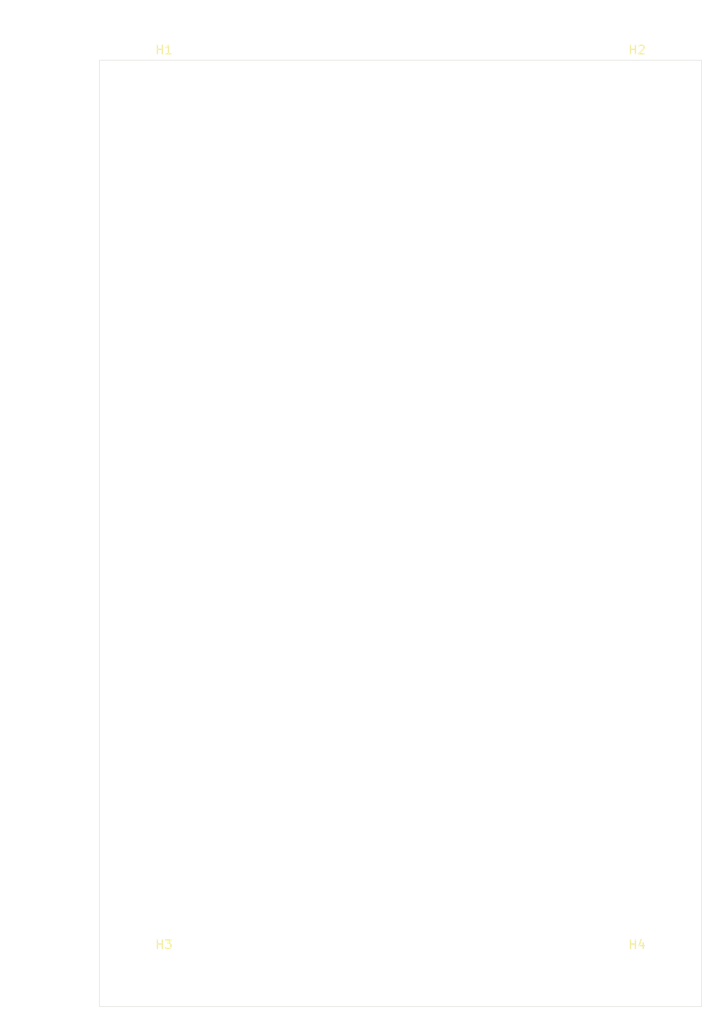
<source format=kicad_pcb>
(kicad_pcb (version 20221018) (generator pcbnew)
  (title_block (title "[Circuit]") (rev "V1.0") (company "Fleming Society") (comment 1 "2024/25 PCB Synthesiser Workshop"))
  (layers (0 "F.Cu" signal) (31 "B.Cu" signal) (34 "B.Paste" user) (35 "F.Paste" user) (36 "B.SilkS" user "B.Silkscreen") (37 "F.SilkS" user "F.Silkscreen") (38 "B.Mask" user) (39 "F.Mask" user) (44 "Edge.Cuts" user))
  (net 0 "")
  (net 1 "GND")
  (footprint "MountingHole:MountingHole_3.2mm_M3" (layer "F.Cu") (at 112.5 157)
    (fp_text reference "H4" (at 0 -4.2) (layer "F.SilkS"))
    (fp_text value "MountingHole")
    (pad "" np_thru_hole circle (at 0 0) (size 3.2 3.2) (drill 3.2) (layers "*.Cu" "*.Mask"))
  )
  (footprint "MountingHole:MountingHole_3.2mm_M3" (layer "F.Cu") (at 57.5 157)
    (fp_text reference "H3" (at 0 -4.2) (layer "F.SilkS"))
    (fp_text value "MountingHole")
    (pad "" np_thru_hole circle (at 0 0) (size 3.2 3.2) (drill 3.2) (layers "*.Cu" "*.Mask"))
  )
  (footprint "MountingHole:MountingHole_3.2mm_M3" (layer "F.Cu") (at 57.5 53)
    (fp_text reference "H1" (at 0 -4.2) (layer "F.SilkS"))
    (fp_text value "MountingHole")
    (pad "" np_thru_hole circle (at 0 0) (size 3.2 3.2) (drill 3.2) (layers "*.Cu" "*.Mask"))
  )
  (footprint "MountingHole:MountingHole_3.2mm_M3" (layer "F.Cu") (at 112.5 53)
    (fp_text reference "H2" (at 0 -4.2) (layer "F.SilkS"))
    (fp_text value "MountingHole")
    (pad "" np_thru_hole circle (at 0 0) (size 3.2 3.2) (drill 3.2) (layers "*.Cu" "*.Mask"))
  )
  (gr_rect (start 50 50) (end 120 160) (stroke (width 0.05)) (fill none) (layer "Edge.Cuts"))
)
</source>
